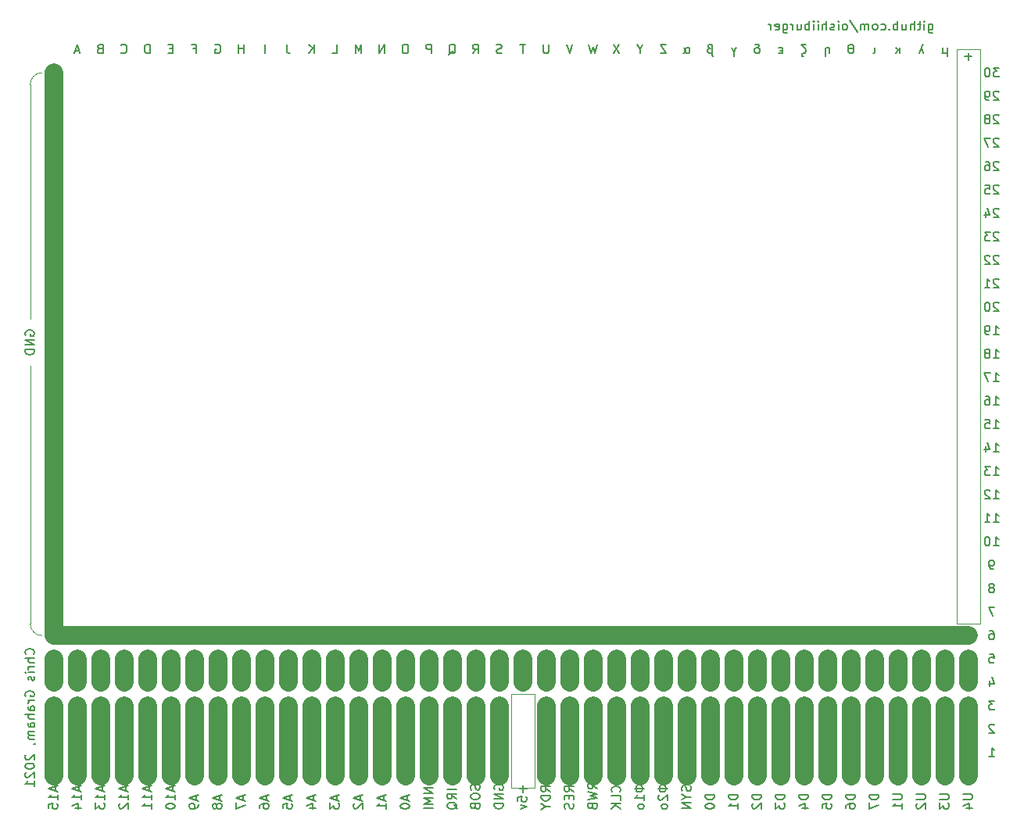
<source format=gbr>
%TF.GenerationSoftware,KiCad,Pcbnew,5.1.9+dfsg1-1*%
%TF.CreationDate,2021-08-13T18:22:45-07:00*%
%TF.ProjectId,Bus2021A_Protoboard,42757332-3032-4314-915f-50726f746f62,rev?*%
%TF.SameCoordinates,Original*%
%TF.FileFunction,Legend,Bot*%
%TF.FilePolarity,Positive*%
%FSLAX46Y46*%
G04 Gerber Fmt 4.6, Leading zero omitted, Abs format (unit mm)*
G04 Created by KiCad (PCBNEW 5.1.9+dfsg1-1) date 2021-08-13 18:22:45*
%MOMM*%
%LPD*%
G01*
G04 APERTURE LIST*
%ADD10C,0.150000*%
%ADD11C,0.120000*%
%ADD12C,2.000000*%
G04 APERTURE END LIST*
D10*
X197634761Y-50585714D02*
X197634761Y-51395238D01*
X197682380Y-51490476D01*
X197730000Y-51538095D01*
X197825238Y-51585714D01*
X197968095Y-51585714D01*
X198063333Y-51538095D01*
X197634761Y-51204761D02*
X197730000Y-51252380D01*
X197920476Y-51252380D01*
X198015714Y-51204761D01*
X198063333Y-51157142D01*
X198110952Y-51061904D01*
X198110952Y-50776190D01*
X198063333Y-50680952D01*
X198015714Y-50633333D01*
X197920476Y-50585714D01*
X197730000Y-50585714D01*
X197634761Y-50633333D01*
X197158571Y-51252380D02*
X197158571Y-50585714D01*
X197158571Y-50252380D02*
X197206190Y-50300000D01*
X197158571Y-50347619D01*
X197110952Y-50300000D01*
X197158571Y-50252380D01*
X197158571Y-50347619D01*
X196825238Y-50585714D02*
X196444285Y-50585714D01*
X196682380Y-50252380D02*
X196682380Y-51109523D01*
X196634761Y-51204761D01*
X196539523Y-51252380D01*
X196444285Y-51252380D01*
X196110952Y-51252380D02*
X196110952Y-50252380D01*
X195682380Y-51252380D02*
X195682380Y-50728571D01*
X195730000Y-50633333D01*
X195825238Y-50585714D01*
X195968095Y-50585714D01*
X196063333Y-50633333D01*
X196110952Y-50680952D01*
X194777619Y-50585714D02*
X194777619Y-51252380D01*
X195206190Y-50585714D02*
X195206190Y-51109523D01*
X195158571Y-51204761D01*
X195063333Y-51252380D01*
X194920476Y-51252380D01*
X194825238Y-51204761D01*
X194777619Y-51157142D01*
X194301428Y-51252380D02*
X194301428Y-50252380D01*
X194301428Y-50633333D02*
X194206190Y-50585714D01*
X194015714Y-50585714D01*
X193920476Y-50633333D01*
X193872857Y-50680952D01*
X193825238Y-50776190D01*
X193825238Y-51061904D01*
X193872857Y-51157142D01*
X193920476Y-51204761D01*
X194015714Y-51252380D01*
X194206190Y-51252380D01*
X194301428Y-51204761D01*
X193396666Y-51157142D02*
X193349047Y-51204761D01*
X193396666Y-51252380D01*
X193444285Y-51204761D01*
X193396666Y-51157142D01*
X193396666Y-51252380D01*
X192491904Y-51204761D02*
X192587142Y-51252380D01*
X192777619Y-51252380D01*
X192872857Y-51204761D01*
X192920476Y-51157142D01*
X192968095Y-51061904D01*
X192968095Y-50776190D01*
X192920476Y-50680952D01*
X192872857Y-50633333D01*
X192777619Y-50585714D01*
X192587142Y-50585714D01*
X192491904Y-50633333D01*
X191920476Y-51252380D02*
X192015714Y-51204761D01*
X192063333Y-51157142D01*
X192110952Y-51061904D01*
X192110952Y-50776190D01*
X192063333Y-50680952D01*
X192015714Y-50633333D01*
X191920476Y-50585714D01*
X191777619Y-50585714D01*
X191682380Y-50633333D01*
X191634761Y-50680952D01*
X191587142Y-50776190D01*
X191587142Y-51061904D01*
X191634761Y-51157142D01*
X191682380Y-51204761D01*
X191777619Y-51252380D01*
X191920476Y-51252380D01*
X191158571Y-51252380D02*
X191158571Y-50585714D01*
X191158571Y-50680952D02*
X191110952Y-50633333D01*
X191015714Y-50585714D01*
X190872857Y-50585714D01*
X190777619Y-50633333D01*
X190730000Y-50728571D01*
X190730000Y-51252380D01*
X190730000Y-50728571D02*
X190682380Y-50633333D01*
X190587142Y-50585714D01*
X190444285Y-50585714D01*
X190349047Y-50633333D01*
X190301428Y-50728571D01*
X190301428Y-51252380D01*
X189110952Y-50204761D02*
X189968095Y-51490476D01*
X188634761Y-51252380D02*
X188730000Y-51204761D01*
X188777619Y-51157142D01*
X188825238Y-51061904D01*
X188825238Y-50776190D01*
X188777619Y-50680952D01*
X188730000Y-50633333D01*
X188634761Y-50585714D01*
X188491904Y-50585714D01*
X188396666Y-50633333D01*
X188349047Y-50680952D01*
X188301428Y-50776190D01*
X188301428Y-51061904D01*
X188349047Y-51157142D01*
X188396666Y-51204761D01*
X188491904Y-51252380D01*
X188634761Y-51252380D01*
X187872857Y-51252380D02*
X187872857Y-50585714D01*
X187872857Y-50252380D02*
X187920476Y-50300000D01*
X187872857Y-50347619D01*
X187825238Y-50300000D01*
X187872857Y-50252380D01*
X187872857Y-50347619D01*
X187444285Y-51204761D02*
X187349047Y-51252380D01*
X187158571Y-51252380D01*
X187063333Y-51204761D01*
X187015714Y-51109523D01*
X187015714Y-51061904D01*
X187063333Y-50966666D01*
X187158571Y-50919047D01*
X187301428Y-50919047D01*
X187396666Y-50871428D01*
X187444285Y-50776190D01*
X187444285Y-50728571D01*
X187396666Y-50633333D01*
X187301428Y-50585714D01*
X187158571Y-50585714D01*
X187063333Y-50633333D01*
X186587142Y-51252380D02*
X186587142Y-50252380D01*
X186158571Y-51252380D02*
X186158571Y-50728571D01*
X186206190Y-50633333D01*
X186301428Y-50585714D01*
X186444285Y-50585714D01*
X186539523Y-50633333D01*
X186587142Y-50680952D01*
X185682380Y-51252380D02*
X185682380Y-50585714D01*
X185682380Y-50252380D02*
X185730000Y-50300000D01*
X185682380Y-50347619D01*
X185634761Y-50300000D01*
X185682380Y-50252380D01*
X185682380Y-50347619D01*
X185206190Y-51252380D02*
X185206190Y-50585714D01*
X185206190Y-50252380D02*
X185253809Y-50300000D01*
X185206190Y-50347619D01*
X185158571Y-50300000D01*
X185206190Y-50252380D01*
X185206190Y-50347619D01*
X184730000Y-51252380D02*
X184730000Y-50252380D01*
X184730000Y-50633333D02*
X184634761Y-50585714D01*
X184444285Y-50585714D01*
X184349047Y-50633333D01*
X184301428Y-50680952D01*
X184253809Y-50776190D01*
X184253809Y-51061904D01*
X184301428Y-51157142D01*
X184349047Y-51204761D01*
X184444285Y-51252380D01*
X184634761Y-51252380D01*
X184730000Y-51204761D01*
X183396666Y-50585714D02*
X183396666Y-51252380D01*
X183825238Y-50585714D02*
X183825238Y-51109523D01*
X183777619Y-51204761D01*
X183682380Y-51252380D01*
X183539523Y-51252380D01*
X183444285Y-51204761D01*
X183396666Y-51157142D01*
X182920476Y-51252380D02*
X182920476Y-50585714D01*
X182920476Y-50776190D02*
X182872857Y-50680952D01*
X182825238Y-50633333D01*
X182730000Y-50585714D01*
X182634761Y-50585714D01*
X181872857Y-50585714D02*
X181872857Y-51395238D01*
X181920476Y-51490476D01*
X181968095Y-51538095D01*
X182063333Y-51585714D01*
X182206190Y-51585714D01*
X182301428Y-51538095D01*
X181872857Y-51204761D02*
X181968095Y-51252380D01*
X182158571Y-51252380D01*
X182253809Y-51204761D01*
X182301428Y-51157142D01*
X182349047Y-51061904D01*
X182349047Y-50776190D01*
X182301428Y-50680952D01*
X182253809Y-50633333D01*
X182158571Y-50585714D01*
X181968095Y-50585714D01*
X181872857Y-50633333D01*
X181015714Y-51204761D02*
X181110952Y-51252380D01*
X181301428Y-51252380D01*
X181396666Y-51204761D01*
X181444285Y-51109523D01*
X181444285Y-50728571D01*
X181396666Y-50633333D01*
X181301428Y-50585714D01*
X181110952Y-50585714D01*
X181015714Y-50633333D01*
X180968095Y-50728571D01*
X180968095Y-50823809D01*
X181444285Y-50919047D01*
X180539523Y-51252380D02*
X180539523Y-50585714D01*
X180539523Y-50776190D02*
X180491904Y-50680952D01*
X180444285Y-50633333D01*
X180349047Y-50585714D01*
X180253809Y-50585714D01*
D11*
X101600000Y-116840000D02*
G75*
G02*
X100330000Y-115570000I0J1270000D01*
G01*
X100330000Y-57150000D02*
G75*
G02*
X101600000Y-55880000I1270000J0D01*
G01*
X100330000Y-87630000D02*
X100330000Y-115570000D01*
X100330000Y-57150000D02*
X100330000Y-82550000D01*
D10*
X99830000Y-84328095D02*
X99782380Y-84232857D01*
X99782380Y-84090000D01*
X99830000Y-83947142D01*
X99925238Y-83851904D01*
X100020476Y-83804285D01*
X100210952Y-83756666D01*
X100353809Y-83756666D01*
X100544285Y-83804285D01*
X100639523Y-83851904D01*
X100734761Y-83947142D01*
X100782380Y-84090000D01*
X100782380Y-84185238D01*
X100734761Y-84328095D01*
X100687142Y-84375714D01*
X100353809Y-84375714D01*
X100353809Y-84185238D01*
X100782380Y-84804285D02*
X99782380Y-84804285D01*
X100782380Y-85375714D01*
X99782380Y-85375714D01*
X100782380Y-85851904D02*
X99782380Y-85851904D01*
X99782380Y-86090000D01*
X99830000Y-86232857D01*
X99925238Y-86328095D01*
X100020476Y-86375714D01*
X100210952Y-86423333D01*
X100353809Y-86423333D01*
X100544285Y-86375714D01*
X100639523Y-86328095D01*
X100734761Y-86232857D01*
X100782380Y-86090000D01*
X100782380Y-85851904D01*
X204184285Y-129992380D02*
X204755714Y-129992380D01*
X204470000Y-129992380D02*
X204470000Y-128992380D01*
X204565238Y-129135238D01*
X204660476Y-129230476D01*
X204755714Y-129278095D01*
X204755714Y-126547619D02*
X204708095Y-126500000D01*
X204612857Y-126452380D01*
X204374761Y-126452380D01*
X204279523Y-126500000D01*
X204231904Y-126547619D01*
X204184285Y-126642857D01*
X204184285Y-126738095D01*
X204231904Y-126880952D01*
X204803333Y-127452380D01*
X204184285Y-127452380D01*
X204803333Y-123912380D02*
X204184285Y-123912380D01*
X204517619Y-124293333D01*
X204374761Y-124293333D01*
X204279523Y-124340952D01*
X204231904Y-124388571D01*
X204184285Y-124483809D01*
X204184285Y-124721904D01*
X204231904Y-124817142D01*
X204279523Y-124864761D01*
X204374761Y-124912380D01*
X204660476Y-124912380D01*
X204755714Y-124864761D01*
X204803333Y-124817142D01*
X204279523Y-121705714D02*
X204279523Y-122372380D01*
X204517619Y-121324761D02*
X204755714Y-122039047D01*
X204136666Y-122039047D01*
X204231904Y-118832380D02*
X204708095Y-118832380D01*
X204755714Y-119308571D01*
X204708095Y-119260952D01*
X204612857Y-119213333D01*
X204374761Y-119213333D01*
X204279523Y-119260952D01*
X204231904Y-119308571D01*
X204184285Y-119403809D01*
X204184285Y-119641904D01*
X204231904Y-119737142D01*
X204279523Y-119784761D01*
X204374761Y-119832380D01*
X204612857Y-119832380D01*
X204708095Y-119784761D01*
X204755714Y-119737142D01*
X204279523Y-116292380D02*
X204470000Y-116292380D01*
X204565238Y-116340000D01*
X204612857Y-116387619D01*
X204708095Y-116530476D01*
X204755714Y-116720952D01*
X204755714Y-117101904D01*
X204708095Y-117197142D01*
X204660476Y-117244761D01*
X204565238Y-117292380D01*
X204374761Y-117292380D01*
X204279523Y-117244761D01*
X204231904Y-117197142D01*
X204184285Y-117101904D01*
X204184285Y-116863809D01*
X204231904Y-116768571D01*
X204279523Y-116720952D01*
X204374761Y-116673333D01*
X204565238Y-116673333D01*
X204660476Y-116720952D01*
X204708095Y-116768571D01*
X204755714Y-116863809D01*
X204803333Y-113752380D02*
X204136666Y-113752380D01*
X204565238Y-114752380D01*
X204565238Y-111640952D02*
X204660476Y-111593333D01*
X204708095Y-111545714D01*
X204755714Y-111450476D01*
X204755714Y-111402857D01*
X204708095Y-111307619D01*
X204660476Y-111260000D01*
X204565238Y-111212380D01*
X204374761Y-111212380D01*
X204279523Y-111260000D01*
X204231904Y-111307619D01*
X204184285Y-111402857D01*
X204184285Y-111450476D01*
X204231904Y-111545714D01*
X204279523Y-111593333D01*
X204374761Y-111640952D01*
X204565238Y-111640952D01*
X204660476Y-111688571D01*
X204708095Y-111736190D01*
X204755714Y-111831428D01*
X204755714Y-112021904D01*
X204708095Y-112117142D01*
X204660476Y-112164761D01*
X204565238Y-112212380D01*
X204374761Y-112212380D01*
X204279523Y-112164761D01*
X204231904Y-112117142D01*
X204184285Y-112021904D01*
X204184285Y-111831428D01*
X204231904Y-111736190D01*
X204279523Y-111688571D01*
X204374761Y-111640952D01*
X204660476Y-109672380D02*
X204470000Y-109672380D01*
X204374761Y-109624761D01*
X204327142Y-109577142D01*
X204231904Y-109434285D01*
X204184285Y-109243809D01*
X204184285Y-108862857D01*
X204231904Y-108767619D01*
X204279523Y-108720000D01*
X204374761Y-108672380D01*
X204565238Y-108672380D01*
X204660476Y-108720000D01*
X204708095Y-108767619D01*
X204755714Y-108862857D01*
X204755714Y-109100952D01*
X204708095Y-109196190D01*
X204660476Y-109243809D01*
X204565238Y-109291428D01*
X204374761Y-109291428D01*
X204279523Y-109243809D01*
X204231904Y-109196190D01*
X204184285Y-109100952D01*
X204660476Y-107132380D02*
X205231904Y-107132380D01*
X204946190Y-107132380D02*
X204946190Y-106132380D01*
X205041428Y-106275238D01*
X205136666Y-106370476D01*
X205231904Y-106418095D01*
X204041428Y-106132380D02*
X203946190Y-106132380D01*
X203850952Y-106180000D01*
X203803333Y-106227619D01*
X203755714Y-106322857D01*
X203708095Y-106513333D01*
X203708095Y-106751428D01*
X203755714Y-106941904D01*
X203803333Y-107037142D01*
X203850952Y-107084761D01*
X203946190Y-107132380D01*
X204041428Y-107132380D01*
X204136666Y-107084761D01*
X204184285Y-107037142D01*
X204231904Y-106941904D01*
X204279523Y-106751428D01*
X204279523Y-106513333D01*
X204231904Y-106322857D01*
X204184285Y-106227619D01*
X204136666Y-106180000D01*
X204041428Y-106132380D01*
X204660476Y-104592380D02*
X205231904Y-104592380D01*
X204946190Y-104592380D02*
X204946190Y-103592380D01*
X205041428Y-103735238D01*
X205136666Y-103830476D01*
X205231904Y-103878095D01*
X203708095Y-104592380D02*
X204279523Y-104592380D01*
X203993809Y-104592380D02*
X203993809Y-103592380D01*
X204089047Y-103735238D01*
X204184285Y-103830476D01*
X204279523Y-103878095D01*
X204660476Y-102052380D02*
X205231904Y-102052380D01*
X204946190Y-102052380D02*
X204946190Y-101052380D01*
X205041428Y-101195238D01*
X205136666Y-101290476D01*
X205231904Y-101338095D01*
X204279523Y-101147619D02*
X204231904Y-101100000D01*
X204136666Y-101052380D01*
X203898571Y-101052380D01*
X203803333Y-101100000D01*
X203755714Y-101147619D01*
X203708095Y-101242857D01*
X203708095Y-101338095D01*
X203755714Y-101480952D01*
X204327142Y-102052380D01*
X203708095Y-102052380D01*
X204660476Y-99512380D02*
X205231904Y-99512380D01*
X204946190Y-99512380D02*
X204946190Y-98512380D01*
X205041428Y-98655238D01*
X205136666Y-98750476D01*
X205231904Y-98798095D01*
X204327142Y-98512380D02*
X203708095Y-98512380D01*
X204041428Y-98893333D01*
X203898571Y-98893333D01*
X203803333Y-98940952D01*
X203755714Y-98988571D01*
X203708095Y-99083809D01*
X203708095Y-99321904D01*
X203755714Y-99417142D01*
X203803333Y-99464761D01*
X203898571Y-99512380D01*
X204184285Y-99512380D01*
X204279523Y-99464761D01*
X204327142Y-99417142D01*
X204660476Y-96972380D02*
X205231904Y-96972380D01*
X204946190Y-96972380D02*
X204946190Y-95972380D01*
X205041428Y-96115238D01*
X205136666Y-96210476D01*
X205231904Y-96258095D01*
X203803333Y-96305714D02*
X203803333Y-96972380D01*
X204041428Y-95924761D02*
X204279523Y-96639047D01*
X203660476Y-96639047D01*
X204660476Y-94432380D02*
X205231904Y-94432380D01*
X204946190Y-94432380D02*
X204946190Y-93432380D01*
X205041428Y-93575238D01*
X205136666Y-93670476D01*
X205231904Y-93718095D01*
X203755714Y-93432380D02*
X204231904Y-93432380D01*
X204279523Y-93908571D01*
X204231904Y-93860952D01*
X204136666Y-93813333D01*
X203898571Y-93813333D01*
X203803333Y-93860952D01*
X203755714Y-93908571D01*
X203708095Y-94003809D01*
X203708095Y-94241904D01*
X203755714Y-94337142D01*
X203803333Y-94384761D01*
X203898571Y-94432380D01*
X204136666Y-94432380D01*
X204231904Y-94384761D01*
X204279523Y-94337142D01*
X204660476Y-91892380D02*
X205231904Y-91892380D01*
X204946190Y-91892380D02*
X204946190Y-90892380D01*
X205041428Y-91035238D01*
X205136666Y-91130476D01*
X205231904Y-91178095D01*
X203803333Y-90892380D02*
X203993809Y-90892380D01*
X204089047Y-90940000D01*
X204136666Y-90987619D01*
X204231904Y-91130476D01*
X204279523Y-91320952D01*
X204279523Y-91701904D01*
X204231904Y-91797142D01*
X204184285Y-91844761D01*
X204089047Y-91892380D01*
X203898571Y-91892380D01*
X203803333Y-91844761D01*
X203755714Y-91797142D01*
X203708095Y-91701904D01*
X203708095Y-91463809D01*
X203755714Y-91368571D01*
X203803333Y-91320952D01*
X203898571Y-91273333D01*
X204089047Y-91273333D01*
X204184285Y-91320952D01*
X204231904Y-91368571D01*
X204279523Y-91463809D01*
X204660476Y-89352380D02*
X205231904Y-89352380D01*
X204946190Y-89352380D02*
X204946190Y-88352380D01*
X205041428Y-88495238D01*
X205136666Y-88590476D01*
X205231904Y-88638095D01*
X204327142Y-88352380D02*
X203660476Y-88352380D01*
X204089047Y-89352380D01*
X204660476Y-86812380D02*
X205231904Y-86812380D01*
X204946190Y-86812380D02*
X204946190Y-85812380D01*
X205041428Y-85955238D01*
X205136666Y-86050476D01*
X205231904Y-86098095D01*
X204089047Y-86240952D02*
X204184285Y-86193333D01*
X204231904Y-86145714D01*
X204279523Y-86050476D01*
X204279523Y-86002857D01*
X204231904Y-85907619D01*
X204184285Y-85860000D01*
X204089047Y-85812380D01*
X203898571Y-85812380D01*
X203803333Y-85860000D01*
X203755714Y-85907619D01*
X203708095Y-86002857D01*
X203708095Y-86050476D01*
X203755714Y-86145714D01*
X203803333Y-86193333D01*
X203898571Y-86240952D01*
X204089047Y-86240952D01*
X204184285Y-86288571D01*
X204231904Y-86336190D01*
X204279523Y-86431428D01*
X204279523Y-86621904D01*
X204231904Y-86717142D01*
X204184285Y-86764761D01*
X204089047Y-86812380D01*
X203898571Y-86812380D01*
X203803333Y-86764761D01*
X203755714Y-86717142D01*
X203708095Y-86621904D01*
X203708095Y-86431428D01*
X203755714Y-86336190D01*
X203803333Y-86288571D01*
X203898571Y-86240952D01*
X204660476Y-84272380D02*
X205231904Y-84272380D01*
X204946190Y-84272380D02*
X204946190Y-83272380D01*
X205041428Y-83415238D01*
X205136666Y-83510476D01*
X205231904Y-83558095D01*
X204184285Y-84272380D02*
X203993809Y-84272380D01*
X203898571Y-84224761D01*
X203850952Y-84177142D01*
X203755714Y-84034285D01*
X203708095Y-83843809D01*
X203708095Y-83462857D01*
X203755714Y-83367619D01*
X203803333Y-83320000D01*
X203898571Y-83272380D01*
X204089047Y-83272380D01*
X204184285Y-83320000D01*
X204231904Y-83367619D01*
X204279523Y-83462857D01*
X204279523Y-83700952D01*
X204231904Y-83796190D01*
X204184285Y-83843809D01*
X204089047Y-83891428D01*
X203898571Y-83891428D01*
X203803333Y-83843809D01*
X203755714Y-83796190D01*
X203708095Y-83700952D01*
X205231904Y-80827619D02*
X205184285Y-80780000D01*
X205089047Y-80732380D01*
X204850952Y-80732380D01*
X204755714Y-80780000D01*
X204708095Y-80827619D01*
X204660476Y-80922857D01*
X204660476Y-81018095D01*
X204708095Y-81160952D01*
X205279523Y-81732380D01*
X204660476Y-81732380D01*
X204041428Y-80732380D02*
X203946190Y-80732380D01*
X203850952Y-80780000D01*
X203803333Y-80827619D01*
X203755714Y-80922857D01*
X203708095Y-81113333D01*
X203708095Y-81351428D01*
X203755714Y-81541904D01*
X203803333Y-81637142D01*
X203850952Y-81684761D01*
X203946190Y-81732380D01*
X204041428Y-81732380D01*
X204136666Y-81684761D01*
X204184285Y-81637142D01*
X204231904Y-81541904D01*
X204279523Y-81351428D01*
X204279523Y-81113333D01*
X204231904Y-80922857D01*
X204184285Y-80827619D01*
X204136666Y-80780000D01*
X204041428Y-80732380D01*
X205231904Y-78287619D02*
X205184285Y-78240000D01*
X205089047Y-78192380D01*
X204850952Y-78192380D01*
X204755714Y-78240000D01*
X204708095Y-78287619D01*
X204660476Y-78382857D01*
X204660476Y-78478095D01*
X204708095Y-78620952D01*
X205279523Y-79192380D01*
X204660476Y-79192380D01*
X203708095Y-79192380D02*
X204279523Y-79192380D01*
X203993809Y-79192380D02*
X203993809Y-78192380D01*
X204089047Y-78335238D01*
X204184285Y-78430476D01*
X204279523Y-78478095D01*
X205231904Y-75747619D02*
X205184285Y-75700000D01*
X205089047Y-75652380D01*
X204850952Y-75652380D01*
X204755714Y-75700000D01*
X204708095Y-75747619D01*
X204660476Y-75842857D01*
X204660476Y-75938095D01*
X204708095Y-76080952D01*
X205279523Y-76652380D01*
X204660476Y-76652380D01*
X204279523Y-75747619D02*
X204231904Y-75700000D01*
X204136666Y-75652380D01*
X203898571Y-75652380D01*
X203803333Y-75700000D01*
X203755714Y-75747619D01*
X203708095Y-75842857D01*
X203708095Y-75938095D01*
X203755714Y-76080952D01*
X204327142Y-76652380D01*
X203708095Y-76652380D01*
X205231904Y-73207619D02*
X205184285Y-73160000D01*
X205089047Y-73112380D01*
X204850952Y-73112380D01*
X204755714Y-73160000D01*
X204708095Y-73207619D01*
X204660476Y-73302857D01*
X204660476Y-73398095D01*
X204708095Y-73540952D01*
X205279523Y-74112380D01*
X204660476Y-74112380D01*
X204327142Y-73112380D02*
X203708095Y-73112380D01*
X204041428Y-73493333D01*
X203898571Y-73493333D01*
X203803333Y-73540952D01*
X203755714Y-73588571D01*
X203708095Y-73683809D01*
X203708095Y-73921904D01*
X203755714Y-74017142D01*
X203803333Y-74064761D01*
X203898571Y-74112380D01*
X204184285Y-74112380D01*
X204279523Y-74064761D01*
X204327142Y-74017142D01*
X205231904Y-70667619D02*
X205184285Y-70620000D01*
X205089047Y-70572380D01*
X204850952Y-70572380D01*
X204755714Y-70620000D01*
X204708095Y-70667619D01*
X204660476Y-70762857D01*
X204660476Y-70858095D01*
X204708095Y-71000952D01*
X205279523Y-71572380D01*
X204660476Y-71572380D01*
X203803333Y-70905714D02*
X203803333Y-71572380D01*
X204041428Y-70524761D02*
X204279523Y-71239047D01*
X203660476Y-71239047D01*
X205231904Y-68127619D02*
X205184285Y-68080000D01*
X205089047Y-68032380D01*
X204850952Y-68032380D01*
X204755714Y-68080000D01*
X204708095Y-68127619D01*
X204660476Y-68222857D01*
X204660476Y-68318095D01*
X204708095Y-68460952D01*
X205279523Y-69032380D01*
X204660476Y-69032380D01*
X203755714Y-68032380D02*
X204231904Y-68032380D01*
X204279523Y-68508571D01*
X204231904Y-68460952D01*
X204136666Y-68413333D01*
X203898571Y-68413333D01*
X203803333Y-68460952D01*
X203755714Y-68508571D01*
X203708095Y-68603809D01*
X203708095Y-68841904D01*
X203755714Y-68937142D01*
X203803333Y-68984761D01*
X203898571Y-69032380D01*
X204136666Y-69032380D01*
X204231904Y-68984761D01*
X204279523Y-68937142D01*
X205231904Y-65587619D02*
X205184285Y-65540000D01*
X205089047Y-65492380D01*
X204850952Y-65492380D01*
X204755714Y-65540000D01*
X204708095Y-65587619D01*
X204660476Y-65682857D01*
X204660476Y-65778095D01*
X204708095Y-65920952D01*
X205279523Y-66492380D01*
X204660476Y-66492380D01*
X203803333Y-65492380D02*
X203993809Y-65492380D01*
X204089047Y-65540000D01*
X204136666Y-65587619D01*
X204231904Y-65730476D01*
X204279523Y-65920952D01*
X204279523Y-66301904D01*
X204231904Y-66397142D01*
X204184285Y-66444761D01*
X204089047Y-66492380D01*
X203898571Y-66492380D01*
X203803333Y-66444761D01*
X203755714Y-66397142D01*
X203708095Y-66301904D01*
X203708095Y-66063809D01*
X203755714Y-65968571D01*
X203803333Y-65920952D01*
X203898571Y-65873333D01*
X204089047Y-65873333D01*
X204184285Y-65920952D01*
X204231904Y-65968571D01*
X204279523Y-66063809D01*
X205231904Y-63047619D02*
X205184285Y-63000000D01*
X205089047Y-62952380D01*
X204850952Y-62952380D01*
X204755714Y-63000000D01*
X204708095Y-63047619D01*
X204660476Y-63142857D01*
X204660476Y-63238095D01*
X204708095Y-63380952D01*
X205279523Y-63952380D01*
X204660476Y-63952380D01*
X204327142Y-62952380D02*
X203660476Y-62952380D01*
X204089047Y-63952380D01*
X205231904Y-60507619D02*
X205184285Y-60460000D01*
X205089047Y-60412380D01*
X204850952Y-60412380D01*
X204755714Y-60460000D01*
X204708095Y-60507619D01*
X204660476Y-60602857D01*
X204660476Y-60698095D01*
X204708095Y-60840952D01*
X205279523Y-61412380D01*
X204660476Y-61412380D01*
X204089047Y-60840952D02*
X204184285Y-60793333D01*
X204231904Y-60745714D01*
X204279523Y-60650476D01*
X204279523Y-60602857D01*
X204231904Y-60507619D01*
X204184285Y-60460000D01*
X204089047Y-60412380D01*
X203898571Y-60412380D01*
X203803333Y-60460000D01*
X203755714Y-60507619D01*
X203708095Y-60602857D01*
X203708095Y-60650476D01*
X203755714Y-60745714D01*
X203803333Y-60793333D01*
X203898571Y-60840952D01*
X204089047Y-60840952D01*
X204184285Y-60888571D01*
X204231904Y-60936190D01*
X204279523Y-61031428D01*
X204279523Y-61221904D01*
X204231904Y-61317142D01*
X204184285Y-61364761D01*
X204089047Y-61412380D01*
X203898571Y-61412380D01*
X203803333Y-61364761D01*
X203755714Y-61317142D01*
X203708095Y-61221904D01*
X203708095Y-61031428D01*
X203755714Y-60936190D01*
X203803333Y-60888571D01*
X203898571Y-60840952D01*
X205231904Y-57967619D02*
X205184285Y-57920000D01*
X205089047Y-57872380D01*
X204850952Y-57872380D01*
X204755714Y-57920000D01*
X204708095Y-57967619D01*
X204660476Y-58062857D01*
X204660476Y-58158095D01*
X204708095Y-58300952D01*
X205279523Y-58872380D01*
X204660476Y-58872380D01*
X204184285Y-58872380D02*
X203993809Y-58872380D01*
X203898571Y-58824761D01*
X203850952Y-58777142D01*
X203755714Y-58634285D01*
X203708095Y-58443809D01*
X203708095Y-58062857D01*
X203755714Y-57967619D01*
X203803333Y-57920000D01*
X203898571Y-57872380D01*
X204089047Y-57872380D01*
X204184285Y-57920000D01*
X204231904Y-57967619D01*
X204279523Y-58062857D01*
X204279523Y-58300952D01*
X204231904Y-58396190D01*
X204184285Y-58443809D01*
X204089047Y-58491428D01*
X203898571Y-58491428D01*
X203803333Y-58443809D01*
X203755714Y-58396190D01*
X203708095Y-58300952D01*
X205279523Y-55332380D02*
X204660476Y-55332380D01*
X204993809Y-55713333D01*
X204850952Y-55713333D01*
X204755714Y-55760952D01*
X204708095Y-55808571D01*
X204660476Y-55903809D01*
X204660476Y-56141904D01*
X204708095Y-56237142D01*
X204755714Y-56284761D01*
X204850952Y-56332380D01*
X205136666Y-56332380D01*
X205231904Y-56284761D01*
X205279523Y-56237142D01*
X204041428Y-55332380D02*
X203946190Y-55332380D01*
X203850952Y-55380000D01*
X203803333Y-55427619D01*
X203755714Y-55522857D01*
X203708095Y-55713333D01*
X203708095Y-55951428D01*
X203755714Y-56141904D01*
X203803333Y-56237142D01*
X203850952Y-56284761D01*
X203946190Y-56332380D01*
X204041428Y-56332380D01*
X204136666Y-56284761D01*
X204184285Y-56237142D01*
X204231904Y-56141904D01*
X204279523Y-55951428D01*
X204279523Y-55713333D01*
X204231904Y-55522857D01*
X204184285Y-55427619D01*
X204136666Y-55380000D01*
X204041428Y-55332380D01*
X100687142Y-118896666D02*
X100734761Y-118849047D01*
X100782380Y-118706190D01*
X100782380Y-118610952D01*
X100734761Y-118468095D01*
X100639523Y-118372857D01*
X100544285Y-118325238D01*
X100353809Y-118277619D01*
X100210952Y-118277619D01*
X100020476Y-118325238D01*
X99925238Y-118372857D01*
X99830000Y-118468095D01*
X99782380Y-118610952D01*
X99782380Y-118706190D01*
X99830000Y-118849047D01*
X99877619Y-118896666D01*
X100782380Y-119325238D02*
X99782380Y-119325238D01*
X100782380Y-119753809D02*
X100258571Y-119753809D01*
X100163333Y-119706190D01*
X100115714Y-119610952D01*
X100115714Y-119468095D01*
X100163333Y-119372857D01*
X100210952Y-119325238D01*
X100782380Y-120230000D02*
X100115714Y-120230000D01*
X100306190Y-120230000D02*
X100210952Y-120277619D01*
X100163333Y-120325238D01*
X100115714Y-120420476D01*
X100115714Y-120515714D01*
X100782380Y-120849047D02*
X100115714Y-120849047D01*
X99782380Y-120849047D02*
X99830000Y-120801428D01*
X99877619Y-120849047D01*
X99830000Y-120896666D01*
X99782380Y-120849047D01*
X99877619Y-120849047D01*
X100734761Y-121277619D02*
X100782380Y-121372857D01*
X100782380Y-121563333D01*
X100734761Y-121658571D01*
X100639523Y-121706190D01*
X100591904Y-121706190D01*
X100496666Y-121658571D01*
X100449047Y-121563333D01*
X100449047Y-121420476D01*
X100401428Y-121325238D01*
X100306190Y-121277619D01*
X100258571Y-121277619D01*
X100163333Y-121325238D01*
X100115714Y-121420476D01*
X100115714Y-121563333D01*
X100163333Y-121658571D01*
X99830000Y-123420476D02*
X99782380Y-123325238D01*
X99782380Y-123182380D01*
X99830000Y-123039523D01*
X99925238Y-122944285D01*
X100020476Y-122896666D01*
X100210952Y-122849047D01*
X100353809Y-122849047D01*
X100544285Y-122896666D01*
X100639523Y-122944285D01*
X100734761Y-123039523D01*
X100782380Y-123182380D01*
X100782380Y-123277619D01*
X100734761Y-123420476D01*
X100687142Y-123468095D01*
X100353809Y-123468095D01*
X100353809Y-123277619D01*
X100782380Y-123896666D02*
X100115714Y-123896666D01*
X100306190Y-123896666D02*
X100210952Y-123944285D01*
X100163333Y-123991904D01*
X100115714Y-124087142D01*
X100115714Y-124182380D01*
X100782380Y-124944285D02*
X100258571Y-124944285D01*
X100163333Y-124896666D01*
X100115714Y-124801428D01*
X100115714Y-124610952D01*
X100163333Y-124515714D01*
X100734761Y-124944285D02*
X100782380Y-124849047D01*
X100782380Y-124610952D01*
X100734761Y-124515714D01*
X100639523Y-124468095D01*
X100544285Y-124468095D01*
X100449047Y-124515714D01*
X100401428Y-124610952D01*
X100401428Y-124849047D01*
X100353809Y-124944285D01*
X100782380Y-125420476D02*
X99782380Y-125420476D01*
X100782380Y-125849047D02*
X100258571Y-125849047D01*
X100163333Y-125801428D01*
X100115714Y-125706190D01*
X100115714Y-125563333D01*
X100163333Y-125468095D01*
X100210952Y-125420476D01*
X100782380Y-126753809D02*
X100258571Y-126753809D01*
X100163333Y-126706190D01*
X100115714Y-126610952D01*
X100115714Y-126420476D01*
X100163333Y-126325238D01*
X100734761Y-126753809D02*
X100782380Y-126658571D01*
X100782380Y-126420476D01*
X100734761Y-126325238D01*
X100639523Y-126277619D01*
X100544285Y-126277619D01*
X100449047Y-126325238D01*
X100401428Y-126420476D01*
X100401428Y-126658571D01*
X100353809Y-126753809D01*
X100782380Y-127230000D02*
X100115714Y-127230000D01*
X100210952Y-127230000D02*
X100163333Y-127277619D01*
X100115714Y-127372857D01*
X100115714Y-127515714D01*
X100163333Y-127610952D01*
X100258571Y-127658571D01*
X100782380Y-127658571D01*
X100258571Y-127658571D02*
X100163333Y-127706190D01*
X100115714Y-127801428D01*
X100115714Y-127944285D01*
X100163333Y-128039523D01*
X100258571Y-128087142D01*
X100782380Y-128087142D01*
X100734761Y-128610952D02*
X100782380Y-128610952D01*
X100877619Y-128563333D01*
X100925238Y-128515714D01*
X99877619Y-129753809D02*
X99830000Y-129801428D01*
X99782380Y-129896666D01*
X99782380Y-130134761D01*
X99830000Y-130230000D01*
X99877619Y-130277619D01*
X99972857Y-130325238D01*
X100068095Y-130325238D01*
X100210952Y-130277619D01*
X100782380Y-129706190D01*
X100782380Y-130325238D01*
X99782380Y-130944285D02*
X99782380Y-131039523D01*
X99830000Y-131134761D01*
X99877619Y-131182380D01*
X99972857Y-131230000D01*
X100163333Y-131277619D01*
X100401428Y-131277619D01*
X100591904Y-131230000D01*
X100687142Y-131182380D01*
X100734761Y-131134761D01*
X100782380Y-131039523D01*
X100782380Y-130944285D01*
X100734761Y-130849047D01*
X100687142Y-130801428D01*
X100591904Y-130753809D01*
X100401428Y-130706190D01*
X100163333Y-130706190D01*
X99972857Y-130753809D01*
X99877619Y-130801428D01*
X99830000Y-130849047D01*
X99782380Y-130944285D01*
X99877619Y-131658571D02*
X99830000Y-131706190D01*
X99782380Y-131801428D01*
X99782380Y-132039523D01*
X99830000Y-132134761D01*
X99877619Y-132182380D01*
X99972857Y-132230000D01*
X100068095Y-132230000D01*
X100210952Y-132182380D01*
X100782380Y-131610952D01*
X100782380Y-132230000D01*
X100782380Y-133182380D02*
X100782380Y-132610952D01*
X100782380Y-132896666D02*
X99782380Y-132896666D01*
X99925238Y-132801428D01*
X100020476Y-132706190D01*
X100068095Y-132610952D01*
X113291904Y-53792380D02*
X113291904Y-52792380D01*
X113053809Y-52792380D01*
X112910952Y-52840000D01*
X112815714Y-52935238D01*
X112768095Y-53030476D01*
X112720476Y-53220952D01*
X112720476Y-53363809D01*
X112768095Y-53554285D01*
X112815714Y-53649523D01*
X112910952Y-53744761D01*
X113053809Y-53792380D01*
X113291904Y-53792380D01*
X115784285Y-53268571D02*
X115450952Y-53268571D01*
X115308095Y-53792380D02*
X115784285Y-53792380D01*
X115784285Y-52792380D01*
X115308095Y-52792380D01*
X110180476Y-53697142D02*
X110228095Y-53744761D01*
X110370952Y-53792380D01*
X110466190Y-53792380D01*
X110609047Y-53744761D01*
X110704285Y-53649523D01*
X110751904Y-53554285D01*
X110799523Y-53363809D01*
X110799523Y-53220952D01*
X110751904Y-53030476D01*
X110704285Y-52935238D01*
X110609047Y-52840000D01*
X110466190Y-52792380D01*
X110370952Y-52792380D01*
X110228095Y-52840000D01*
X110180476Y-52887619D01*
X117967142Y-53268571D02*
X118300476Y-53268571D01*
X118300476Y-53792380D02*
X118300476Y-52792380D01*
X117824285Y-52792380D01*
X107878571Y-53268571D02*
X107735714Y-53316190D01*
X107688095Y-53363809D01*
X107640476Y-53459047D01*
X107640476Y-53601904D01*
X107688095Y-53697142D01*
X107735714Y-53744761D01*
X107830952Y-53792380D01*
X108211904Y-53792380D01*
X108211904Y-52792380D01*
X107878571Y-52792380D01*
X107783333Y-52840000D01*
X107735714Y-52887619D01*
X107688095Y-52982857D01*
X107688095Y-53078095D01*
X107735714Y-53173333D01*
X107783333Y-53220952D01*
X107878571Y-53268571D01*
X108211904Y-53268571D01*
X105648095Y-53506666D02*
X105171904Y-53506666D01*
X105743333Y-53792380D02*
X105410000Y-52792380D01*
X105076666Y-53792380D01*
X125730000Y-53792380D02*
X125730000Y-52792380D01*
X151415714Y-53744761D02*
X151272857Y-53792380D01*
X151034761Y-53792380D01*
X150939523Y-53744761D01*
X150891904Y-53697142D01*
X150844285Y-53601904D01*
X150844285Y-53506666D01*
X150891904Y-53411428D01*
X150939523Y-53363809D01*
X151034761Y-53316190D01*
X151225238Y-53268571D01*
X151320476Y-53220952D01*
X151368095Y-53173333D01*
X151415714Y-53078095D01*
X151415714Y-52982857D01*
X151368095Y-52887619D01*
X151320476Y-52840000D01*
X151225238Y-52792380D01*
X150987142Y-52792380D01*
X150844285Y-52840000D01*
X123475714Y-53792380D02*
X123475714Y-52792380D01*
X123475714Y-53268571D02*
X122904285Y-53268571D01*
X122904285Y-53792380D02*
X122904285Y-52792380D01*
X143771904Y-53792380D02*
X143771904Y-52792380D01*
X143390952Y-52792380D01*
X143295714Y-52840000D01*
X143248095Y-52887619D01*
X143200476Y-52982857D01*
X143200476Y-53125714D01*
X143248095Y-53220952D01*
X143295714Y-53268571D01*
X143390952Y-53316190D01*
X143771904Y-53316190D01*
X133040476Y-53792380D02*
X133516666Y-53792380D01*
X133516666Y-52792380D01*
X138715714Y-53792380D02*
X138715714Y-52792380D01*
X138144285Y-53792380D01*
X138144285Y-52792380D01*
X153955714Y-52792380D02*
X153384285Y-52792380D01*
X153670000Y-53792380D02*
X153670000Y-52792380D01*
X145669047Y-53887619D02*
X145764285Y-53840000D01*
X145859523Y-53744761D01*
X146002380Y-53601904D01*
X146097619Y-53554285D01*
X146192857Y-53554285D01*
X146145238Y-53792380D02*
X146240476Y-53744761D01*
X146335714Y-53649523D01*
X146383333Y-53459047D01*
X146383333Y-53125714D01*
X146335714Y-52935238D01*
X146240476Y-52840000D01*
X146145238Y-52792380D01*
X145954761Y-52792380D01*
X145859523Y-52840000D01*
X145764285Y-52935238D01*
X145716666Y-53125714D01*
X145716666Y-53459047D01*
X145764285Y-53649523D01*
X145859523Y-53744761D01*
X145954761Y-53792380D01*
X146145238Y-53792380D01*
X156495714Y-52792380D02*
X156495714Y-53601904D01*
X156448095Y-53697142D01*
X156400476Y-53744761D01*
X156305238Y-53792380D01*
X156114761Y-53792380D01*
X156019523Y-53744761D01*
X155971904Y-53697142D01*
X155924285Y-53601904D01*
X155924285Y-52792380D01*
X136223333Y-53792380D02*
X136223333Y-52792380D01*
X135890000Y-53506666D01*
X135556666Y-52792380D01*
X135556666Y-53792380D01*
X120388095Y-52840000D02*
X120483333Y-52792380D01*
X120626190Y-52792380D01*
X120769047Y-52840000D01*
X120864285Y-52935238D01*
X120911904Y-53030476D01*
X120959523Y-53220952D01*
X120959523Y-53363809D01*
X120911904Y-53554285D01*
X120864285Y-53649523D01*
X120769047Y-53744761D01*
X120626190Y-53792380D01*
X120530952Y-53792380D01*
X120388095Y-53744761D01*
X120340476Y-53697142D01*
X120340476Y-53363809D01*
X120530952Y-53363809D01*
X141065238Y-52792380D02*
X140874761Y-52792380D01*
X140779523Y-52840000D01*
X140684285Y-52935238D01*
X140636666Y-53125714D01*
X140636666Y-53459047D01*
X140684285Y-53649523D01*
X140779523Y-53744761D01*
X140874761Y-53792380D01*
X141065238Y-53792380D01*
X141160476Y-53744761D01*
X141255714Y-53649523D01*
X141303333Y-53459047D01*
X141303333Y-53125714D01*
X141255714Y-52935238D01*
X141160476Y-52840000D01*
X141065238Y-52792380D01*
X148280476Y-53792380D02*
X148613809Y-53316190D01*
X148851904Y-53792380D02*
X148851904Y-52792380D01*
X148470952Y-52792380D01*
X148375714Y-52840000D01*
X148328095Y-52887619D01*
X148280476Y-52982857D01*
X148280476Y-53125714D01*
X148328095Y-53220952D01*
X148375714Y-53268571D01*
X148470952Y-53316190D01*
X148851904Y-53316190D01*
X128127142Y-52792380D02*
X128127142Y-53506666D01*
X128174761Y-53649523D01*
X128270000Y-53744761D01*
X128412857Y-53792380D01*
X128508095Y-53792380D01*
X131071904Y-53792380D02*
X131071904Y-52792380D01*
X130500476Y-53792380D02*
X130929047Y-53220952D01*
X130500476Y-52792380D02*
X131071904Y-53363809D01*
X159083333Y-52792380D02*
X158750000Y-53792380D01*
X158416666Y-52792380D01*
X171140476Y-53125714D02*
X171283333Y-53601904D01*
X171330952Y-53697142D01*
X171378571Y-53744761D01*
X171473809Y-53792380D01*
X171569047Y-53792380D01*
X171664285Y-53744761D01*
X171711904Y-53697142D01*
X171759523Y-53554285D01*
X171759523Y-53363809D01*
X171711904Y-53220952D01*
X171664285Y-53173333D01*
X171569047Y-53125714D01*
X171473809Y-53125714D01*
X171378571Y-53173333D01*
X171330952Y-53220952D01*
X171283333Y-53316190D01*
X171235714Y-53649523D01*
X171188095Y-53744761D01*
X171092857Y-53792380D01*
X164163333Y-52792380D02*
X163496666Y-53792380D01*
X163496666Y-52792380D02*
X164163333Y-53792380D01*
X173918571Y-53220952D02*
X173823333Y-53268571D01*
X173775714Y-53316190D01*
X173728095Y-53411428D01*
X173728095Y-53601904D01*
X173775714Y-53697142D01*
X173823333Y-53744761D01*
X173918571Y-53792380D01*
X174061428Y-53792380D01*
X174156666Y-53744761D01*
X174204285Y-53697142D01*
X174299523Y-54125714D02*
X174251904Y-54078095D01*
X174204285Y-53982857D01*
X174204285Y-52935238D01*
X174156666Y-52840000D01*
X174061428Y-52792380D01*
X173918571Y-52792380D01*
X173823333Y-52840000D01*
X173775714Y-52935238D01*
X173775714Y-53078095D01*
X173823333Y-53173333D01*
X173918571Y-53220952D01*
X174013809Y-53220952D01*
X166370000Y-53316190D02*
X166370000Y-53792380D01*
X166703333Y-52792380D02*
X166370000Y-53316190D01*
X166036666Y-52792380D01*
X176530000Y-53697142D02*
X176530000Y-54125714D01*
X176815714Y-53125714D02*
X176768095Y-53125714D01*
X176720476Y-53173333D01*
X176530000Y-53697142D01*
X176291904Y-53125714D01*
X161718571Y-52792380D02*
X161480476Y-53792380D01*
X161290000Y-53078095D01*
X161099523Y-53792380D01*
X160861428Y-52792380D01*
X169243333Y-52792380D02*
X168576666Y-52792380D01*
X169243333Y-53792380D01*
X168576666Y-53792380D01*
X178998571Y-53125714D02*
X179141428Y-53125714D01*
X179236666Y-53173333D01*
X179284285Y-53220952D01*
X179331904Y-53316190D01*
X179331904Y-53601904D01*
X179284285Y-53697142D01*
X179236666Y-53744761D01*
X179141428Y-53792380D01*
X178998571Y-53792380D01*
X178903333Y-53744761D01*
X178855714Y-53697142D01*
X178808095Y-53601904D01*
X178808095Y-53316190D01*
X178855714Y-53220952D01*
X178903333Y-53173333D01*
X178998571Y-53125714D01*
X179141428Y-53078095D01*
X179236666Y-53030476D01*
X179284285Y-52935238D01*
X179236666Y-52840000D01*
X179141428Y-52792380D01*
X178950952Y-52792380D01*
X178855714Y-52840000D01*
X181681428Y-53459047D02*
X181776666Y-53506666D01*
X181824285Y-53601904D01*
X181824285Y-53649523D01*
X181776666Y-53744761D01*
X181681428Y-53792380D01*
X181490952Y-53792380D01*
X181395714Y-53744761D01*
X181586190Y-53459047D02*
X181681428Y-53459047D01*
X181776666Y-53411428D01*
X181824285Y-53316190D01*
X181824285Y-53268571D01*
X181776666Y-53173333D01*
X181681428Y-53125714D01*
X181490952Y-53125714D01*
X181395714Y-53173333D01*
X184340476Y-52792380D02*
X183864285Y-52792380D01*
X184197619Y-53125714D01*
X184292857Y-53268571D01*
X184340476Y-53411428D01*
X184340476Y-53601904D01*
X184292857Y-53697142D01*
X184245238Y-53744761D01*
X184150000Y-53792380D01*
X184054761Y-53792380D01*
X183959523Y-53840000D01*
X183911904Y-53935238D01*
X183911904Y-53982857D01*
X183959523Y-54078095D01*
X184054761Y-54125714D01*
X184102380Y-54125714D01*
X186904285Y-53125714D02*
X186904285Y-53792380D01*
X186904285Y-53220952D02*
X186856666Y-53173333D01*
X186761428Y-53125714D01*
X186618571Y-53125714D01*
X186523333Y-53173333D01*
X186475714Y-53268571D01*
X186475714Y-54125714D01*
X189491904Y-53268571D02*
X188968095Y-53268571D01*
X189301428Y-52792380D02*
X189158571Y-52792380D01*
X189063333Y-52840000D01*
X189015714Y-52887619D01*
X188968095Y-53030476D01*
X188968095Y-53554285D01*
X189015714Y-53697142D01*
X189063333Y-53744761D01*
X189158571Y-53792380D01*
X189301428Y-53792380D01*
X189396666Y-53744761D01*
X189444285Y-53697142D01*
X189491904Y-53554285D01*
X189491904Y-53030476D01*
X189444285Y-52887619D01*
X189396666Y-52840000D01*
X189301428Y-52792380D01*
X191793809Y-53125714D02*
X191793809Y-53649523D01*
X191746190Y-53744761D01*
X191650952Y-53792380D01*
X194476666Y-53125714D02*
X194476666Y-53792380D01*
X194381428Y-53411428D02*
X194095714Y-53792380D01*
X194095714Y-53125714D02*
X194476666Y-53506666D01*
X196850000Y-53125714D02*
X197088095Y-53792380D01*
X197088095Y-52792380D02*
X196992857Y-52792380D01*
X196945238Y-52840000D01*
X196850000Y-53125714D01*
X196611904Y-53792380D01*
X199675714Y-53125714D02*
X199675714Y-54125714D01*
X199199523Y-53649523D02*
X199151904Y-53744761D01*
X199056666Y-53792380D01*
X199675714Y-53649523D02*
X199628095Y-53744761D01*
X199532857Y-53792380D01*
X199342380Y-53792380D01*
X199247142Y-53744761D01*
X199199523Y-53649523D01*
X199199523Y-53125714D01*
X202310952Y-54111428D02*
X201549047Y-54111428D01*
X201930000Y-54492380D02*
X201930000Y-53730476D01*
D11*
X203200000Y-115570000D02*
X203200000Y-53340000D01*
X200660000Y-115570000D02*
X203200000Y-115570000D01*
X200660000Y-53340000D02*
X200660000Y-115570000D01*
X203200000Y-53340000D02*
X200660000Y-53340000D01*
D12*
X102870000Y-55880000D02*
X102870000Y-116840000D01*
X201930000Y-116840000D02*
X102870000Y-116840000D01*
X118110000Y-119380000D02*
X118110000Y-121920000D01*
X110490000Y-119380000D02*
X110490000Y-121920000D01*
X102870000Y-119380000D02*
X102870000Y-121920000D01*
X107950000Y-119380000D02*
X107950000Y-121920000D01*
X105410000Y-119380000D02*
X105410000Y-121920000D01*
X113030000Y-119380000D02*
X113030000Y-121920000D01*
X120650000Y-119380000D02*
X120650000Y-121920000D01*
X115570000Y-119380000D02*
X115570000Y-121920000D01*
X135890000Y-119380000D02*
X135890000Y-121920000D01*
X140970000Y-119380000D02*
X140970000Y-121920000D01*
X161290000Y-119380000D02*
X161290000Y-121920000D01*
X151130000Y-119380000D02*
X151130000Y-121920000D01*
X153670000Y-119380000D02*
X153670000Y-121920000D01*
X123190000Y-119380000D02*
X123190000Y-121920000D01*
X128270000Y-119380000D02*
X128270000Y-121920000D01*
X133350000Y-119380000D02*
X133350000Y-121920000D01*
X130810000Y-119380000D02*
X130810000Y-121920000D01*
X143510000Y-119380000D02*
X143510000Y-121920000D01*
X148590000Y-119380000D02*
X148590000Y-121920000D01*
X158750000Y-119380000D02*
X158750000Y-121920000D01*
X125730000Y-119380000D02*
X125730000Y-121920000D01*
X138430000Y-119380000D02*
X138430000Y-121920000D01*
X146050000Y-119380000D02*
X146050000Y-121920000D01*
X156210000Y-119380000D02*
X156210000Y-121920000D01*
X181610000Y-119380000D02*
X181610000Y-121920000D01*
X171450000Y-119380000D02*
X171450000Y-121920000D01*
X173990000Y-119380000D02*
X173990000Y-121920000D01*
X163830000Y-119380000D02*
X163830000Y-121920000D01*
X168910000Y-119380000D02*
X168910000Y-121920000D01*
X179070000Y-119380000D02*
X179070000Y-121920000D01*
X166370000Y-119380000D02*
X166370000Y-121920000D01*
X176530000Y-119380000D02*
X176530000Y-121920000D01*
X191770000Y-119380000D02*
X191770000Y-121920000D01*
X184150000Y-119380000D02*
X184150000Y-121920000D01*
X189230000Y-119380000D02*
X189230000Y-121920000D01*
X186690000Y-119380000D02*
X186690000Y-121920000D01*
X196850000Y-119380000D02*
X196850000Y-121920000D01*
X194310000Y-119380000D02*
X194310000Y-121920000D01*
X199390000Y-119380000D02*
X199390000Y-121920000D01*
X201930000Y-119380000D02*
X201930000Y-121920000D01*
D11*
X154940000Y-133350000D02*
X154940000Y-123190000D01*
X152400000Y-133350000D02*
X154940000Y-133350000D01*
X152400000Y-123190000D02*
X152400000Y-133350000D01*
X154940000Y-123190000D02*
X152400000Y-123190000D01*
D12*
X110490000Y-124460000D02*
X110490000Y-132080000D01*
X113030000Y-124460000D02*
X113030000Y-132080000D01*
X102870000Y-124460000D02*
X102870000Y-132080000D01*
X118110000Y-124460000D02*
X118110000Y-132080000D01*
X105410000Y-124460000D02*
X105410000Y-132080000D01*
X107950000Y-124460000D02*
X107950000Y-132080000D01*
X115570000Y-124460000D02*
X115570000Y-132080000D01*
X120650000Y-124460000D02*
X120650000Y-132080000D01*
X146050000Y-124460000D02*
X146050000Y-132080000D01*
X143510000Y-124460000D02*
X143510000Y-132080000D01*
X158750000Y-124460000D02*
X158750000Y-132080000D01*
X130810000Y-124460000D02*
X130810000Y-132080000D01*
X151130000Y-124460000D02*
X151130000Y-132080000D01*
X161290000Y-124460000D02*
X161290000Y-132080000D01*
X133350000Y-124460000D02*
X133350000Y-132080000D01*
X156210000Y-124460000D02*
X156210000Y-132080000D01*
X140970000Y-124460000D02*
X140970000Y-132080000D01*
X148590000Y-124460000D02*
X148590000Y-132080000D01*
X135890000Y-124460000D02*
X135890000Y-132080000D01*
X138430000Y-124460000D02*
X138430000Y-132080000D01*
X123190000Y-124460000D02*
X123190000Y-132080000D01*
X128270000Y-124460000D02*
X128270000Y-132080000D01*
X125730000Y-124460000D02*
X125730000Y-132080000D01*
X166370000Y-124460000D02*
X166370000Y-132080000D01*
X163830000Y-124460000D02*
X163830000Y-132080000D01*
X179070000Y-124460000D02*
X179070000Y-132080000D01*
X171450000Y-124460000D02*
X171450000Y-132080000D01*
X181610000Y-124460000D02*
X181610000Y-132080000D01*
X176530000Y-124460000D02*
X176530000Y-132080000D01*
X168910000Y-124460000D02*
X168910000Y-132080000D01*
X173990000Y-124460000D02*
X173990000Y-132080000D01*
X189230000Y-124460000D02*
X189230000Y-132080000D01*
X191770000Y-124460000D02*
X191770000Y-132080000D01*
X186690000Y-124460000D02*
X186690000Y-132080000D01*
X184150000Y-124460000D02*
X184150000Y-132080000D01*
X194310000Y-124460000D02*
X194310000Y-132080000D01*
X196850000Y-124460000D02*
X196850000Y-132080000D01*
X199390000Y-124460000D02*
X199390000Y-132080000D01*
X201930000Y-124460000D02*
X201930000Y-132080000D01*
D10*
X179522380Y-134078214D02*
X178522380Y-134078214D01*
X178522380Y-134316309D01*
X178570000Y-134459166D01*
X178665238Y-134554404D01*
X178760476Y-134602023D01*
X178950952Y-134649642D01*
X179093809Y-134649642D01*
X179284285Y-134602023D01*
X179379523Y-134554404D01*
X179474761Y-134459166D01*
X179522380Y-134316309D01*
X179522380Y-134078214D01*
X178617619Y-135030595D02*
X178570000Y-135078214D01*
X178522380Y-135173452D01*
X178522380Y-135411547D01*
X178570000Y-135506785D01*
X178617619Y-135554404D01*
X178712857Y-135602023D01*
X178808095Y-135602023D01*
X178950952Y-135554404D01*
X179522380Y-134982976D01*
X179522380Y-135602023D01*
X115736666Y-133221071D02*
X115736666Y-133697261D01*
X116022380Y-133125833D02*
X115022380Y-133459166D01*
X116022380Y-133792500D01*
X116022380Y-134649642D02*
X116022380Y-134078214D01*
X116022380Y-134363928D02*
X115022380Y-134363928D01*
X115165238Y-134268690D01*
X115260476Y-134173452D01*
X115308095Y-134078214D01*
X115022380Y-135268690D02*
X115022380Y-135363928D01*
X115070000Y-135459166D01*
X115117619Y-135506785D01*
X115212857Y-135554404D01*
X115403333Y-135602023D01*
X115641428Y-135602023D01*
X115831904Y-135554404D01*
X115927142Y-135506785D01*
X115974761Y-135459166D01*
X116022380Y-135363928D01*
X116022380Y-135268690D01*
X115974761Y-135173452D01*
X115927142Y-135125833D01*
X115831904Y-135078214D01*
X115641428Y-135030595D01*
X115403333Y-135030595D01*
X115212857Y-135078214D01*
X115117619Y-135125833D01*
X115070000Y-135173452D01*
X115022380Y-135268690D01*
X103036666Y-133221071D02*
X103036666Y-133697261D01*
X103322380Y-133125833D02*
X102322380Y-133459166D01*
X103322380Y-133792500D01*
X103322380Y-134649642D02*
X103322380Y-134078214D01*
X103322380Y-134363928D02*
X102322380Y-134363928D01*
X102465238Y-134268690D01*
X102560476Y-134173452D01*
X102608095Y-134078214D01*
X102322380Y-135554404D02*
X102322380Y-135078214D01*
X102798571Y-135030595D01*
X102750952Y-135078214D01*
X102703333Y-135173452D01*
X102703333Y-135411547D01*
X102750952Y-135506785D01*
X102798571Y-135554404D01*
X102893809Y-135602023D01*
X103131904Y-135602023D01*
X103227142Y-135554404D01*
X103274761Y-135506785D01*
X103322380Y-135411547D01*
X103322380Y-135173452D01*
X103274761Y-135078214D01*
X103227142Y-135030595D01*
X176982380Y-134078214D02*
X175982380Y-134078214D01*
X175982380Y-134316309D01*
X176030000Y-134459166D01*
X176125238Y-134554404D01*
X176220476Y-134602023D01*
X176410952Y-134649642D01*
X176553809Y-134649642D01*
X176744285Y-134602023D01*
X176839523Y-134554404D01*
X176934761Y-134459166D01*
X176982380Y-134316309D01*
X176982380Y-134078214D01*
X176982380Y-135602023D02*
X176982380Y-135030595D01*
X176982380Y-135316309D02*
X175982380Y-135316309D01*
X176125238Y-135221071D01*
X176220476Y-135125833D01*
X176268095Y-135030595D01*
X164187142Y-133792500D02*
X164234761Y-133744880D01*
X164282380Y-133602023D01*
X164282380Y-133506785D01*
X164234761Y-133363928D01*
X164139523Y-133268690D01*
X164044285Y-133221071D01*
X163853809Y-133173452D01*
X163710952Y-133173452D01*
X163520476Y-133221071D01*
X163425238Y-133268690D01*
X163330000Y-133363928D01*
X163282380Y-133506785D01*
X163282380Y-133602023D01*
X163330000Y-133744880D01*
X163377619Y-133792500D01*
X164282380Y-134697261D02*
X164282380Y-134221071D01*
X163282380Y-134221071D01*
X164282380Y-135030595D02*
X163282380Y-135030595D01*
X164282380Y-135602023D02*
X163710952Y-135173452D01*
X163282380Y-135602023D02*
X163853809Y-135030595D01*
X118276666Y-134173452D02*
X118276666Y-134649642D01*
X118562380Y-134078214D02*
X117562380Y-134411547D01*
X118562380Y-134744880D01*
X118562380Y-135125833D02*
X118562380Y-135316309D01*
X118514761Y-135411547D01*
X118467142Y-135459166D01*
X118324285Y-135554404D01*
X118133809Y-135602023D01*
X117752857Y-135602023D01*
X117657619Y-135554404D01*
X117610000Y-135506785D01*
X117562380Y-135411547D01*
X117562380Y-135221071D01*
X117610000Y-135125833D01*
X117657619Y-135078214D01*
X117752857Y-135030595D01*
X117990952Y-135030595D01*
X118086190Y-135078214D01*
X118133809Y-135125833D01*
X118181428Y-135221071D01*
X118181428Y-135411547D01*
X118133809Y-135506785D01*
X118086190Y-135554404D01*
X117990952Y-135602023D01*
X120816666Y-134173452D02*
X120816666Y-134649642D01*
X121102380Y-134078214D02*
X120102380Y-134411547D01*
X121102380Y-134744880D01*
X120530952Y-135221071D02*
X120483333Y-135125833D01*
X120435714Y-135078214D01*
X120340476Y-135030595D01*
X120292857Y-135030595D01*
X120197619Y-135078214D01*
X120150000Y-135125833D01*
X120102380Y-135221071D01*
X120102380Y-135411547D01*
X120150000Y-135506785D01*
X120197619Y-135554404D01*
X120292857Y-135602023D01*
X120340476Y-135602023D01*
X120435714Y-135554404D01*
X120483333Y-135506785D01*
X120530952Y-135411547D01*
X120530952Y-135221071D01*
X120578571Y-135125833D01*
X120626190Y-135078214D01*
X120721428Y-135030595D01*
X120911904Y-135030595D01*
X121007142Y-135078214D01*
X121054761Y-135125833D01*
X121102380Y-135221071D01*
X121102380Y-135411547D01*
X121054761Y-135506785D01*
X121007142Y-135554404D01*
X120911904Y-135602023D01*
X120721428Y-135602023D01*
X120626190Y-135554404D01*
X120578571Y-135506785D01*
X120530952Y-135411547D01*
X201382380Y-134030595D02*
X202191904Y-134030595D01*
X202287142Y-134078214D01*
X202334761Y-134125833D01*
X202382380Y-134221071D01*
X202382380Y-134411547D01*
X202334761Y-134506785D01*
X202287142Y-134554404D01*
X202191904Y-134602023D01*
X201382380Y-134602023D01*
X201715714Y-135506785D02*
X202382380Y-135506785D01*
X201334761Y-135268690D02*
X202049047Y-135030595D01*
X202049047Y-135649642D01*
X192222380Y-134078214D02*
X191222380Y-134078214D01*
X191222380Y-134316309D01*
X191270000Y-134459166D01*
X191365238Y-134554404D01*
X191460476Y-134602023D01*
X191650952Y-134649642D01*
X191793809Y-134649642D01*
X191984285Y-134602023D01*
X192079523Y-134554404D01*
X192174761Y-134459166D01*
X192222380Y-134316309D01*
X192222380Y-134078214D01*
X191222380Y-134982976D02*
X191222380Y-135649642D01*
X192222380Y-135221071D01*
X113196666Y-133221071D02*
X113196666Y-133697261D01*
X113482380Y-133125833D02*
X112482380Y-133459166D01*
X113482380Y-133792500D01*
X113482380Y-134649642D02*
X113482380Y-134078214D01*
X113482380Y-134363928D02*
X112482380Y-134363928D01*
X112625238Y-134268690D01*
X112720476Y-134173452D01*
X112768095Y-134078214D01*
X113482380Y-135602023D02*
X113482380Y-135030595D01*
X113482380Y-135316309D02*
X112482380Y-135316309D01*
X112625238Y-135221071D01*
X112720476Y-135125833D01*
X112768095Y-135030595D01*
X182062380Y-134078214D02*
X181062380Y-134078214D01*
X181062380Y-134316309D01*
X181110000Y-134459166D01*
X181205238Y-134554404D01*
X181300476Y-134602023D01*
X181490952Y-134649642D01*
X181633809Y-134649642D01*
X181824285Y-134602023D01*
X181919523Y-134554404D01*
X182014761Y-134459166D01*
X182062380Y-134316309D01*
X182062380Y-134078214D01*
X181062380Y-134982976D02*
X181062380Y-135602023D01*
X181443333Y-135268690D01*
X181443333Y-135411547D01*
X181490952Y-135506785D01*
X181538571Y-135554404D01*
X181633809Y-135602023D01*
X181871904Y-135602023D01*
X181967142Y-135554404D01*
X182014761Y-135506785D01*
X182062380Y-135411547D01*
X182062380Y-135125833D01*
X182014761Y-135030595D01*
X181967142Y-134982976D01*
X105576666Y-133221071D02*
X105576666Y-133697261D01*
X105862380Y-133125833D02*
X104862380Y-133459166D01*
X105862380Y-133792500D01*
X105862380Y-134649642D02*
X105862380Y-134078214D01*
X105862380Y-134363928D02*
X104862380Y-134363928D01*
X105005238Y-134268690D01*
X105100476Y-134173452D01*
X105148095Y-134078214D01*
X105195714Y-135506785D02*
X105862380Y-135506785D01*
X104814761Y-135268690D02*
X105529047Y-135030595D01*
X105529047Y-135649642D01*
X110656666Y-133221071D02*
X110656666Y-133697261D01*
X110942380Y-133125833D02*
X109942380Y-133459166D01*
X110942380Y-133792500D01*
X110942380Y-134649642D02*
X110942380Y-134078214D01*
X110942380Y-134363928D02*
X109942380Y-134363928D01*
X110085238Y-134268690D01*
X110180476Y-134173452D01*
X110228095Y-134078214D01*
X110037619Y-135030595D02*
X109990000Y-135078214D01*
X109942380Y-135173452D01*
X109942380Y-135411547D01*
X109990000Y-135506785D01*
X110037619Y-135554404D01*
X110132857Y-135602023D01*
X110228095Y-135602023D01*
X110370952Y-135554404D01*
X110942380Y-134982976D01*
X110942380Y-135602023D01*
X146502380Y-133506785D02*
X145502380Y-133506785D01*
X146502380Y-134554404D02*
X146026190Y-134221071D01*
X146502380Y-133982976D02*
X145502380Y-133982976D01*
X145502380Y-134363928D01*
X145550000Y-134459166D01*
X145597619Y-134506785D01*
X145692857Y-134554404D01*
X145835714Y-134554404D01*
X145930952Y-134506785D01*
X145978571Y-134459166D01*
X146026190Y-134363928D01*
X146026190Y-133982976D01*
X146597619Y-135649642D02*
X146550000Y-135554404D01*
X146454761Y-135459166D01*
X146311904Y-135316309D01*
X146264285Y-135221071D01*
X146264285Y-135125833D01*
X146502380Y-135173452D02*
X146454761Y-135078214D01*
X146359523Y-134982976D01*
X146169047Y-134935357D01*
X145835714Y-134935357D01*
X145645238Y-134982976D01*
X145550000Y-135078214D01*
X145502380Y-135173452D01*
X145502380Y-135363928D01*
X145550000Y-135459166D01*
X145645238Y-135554404D01*
X145835714Y-135602023D01*
X146169047Y-135602023D01*
X146359523Y-135554404D01*
X146454761Y-135459166D01*
X146502380Y-135363928D01*
X146502380Y-135173452D01*
X196302380Y-134030595D02*
X197111904Y-134030595D01*
X197207142Y-134078214D01*
X197254761Y-134125833D01*
X197302380Y-134221071D01*
X197302380Y-134411547D01*
X197254761Y-134506785D01*
X197207142Y-134554404D01*
X197111904Y-134602023D01*
X196302380Y-134602023D01*
X196397619Y-135030595D02*
X196350000Y-135078214D01*
X196302380Y-135173452D01*
X196302380Y-135411547D01*
X196350000Y-135506785D01*
X196397619Y-135554404D01*
X196492857Y-135602023D01*
X196588095Y-135602023D01*
X196730952Y-135554404D01*
X197302380Y-134982976D01*
X197302380Y-135602023D01*
X156662380Y-133744880D02*
X156186190Y-133411547D01*
X156662380Y-133173452D02*
X155662380Y-133173452D01*
X155662380Y-133554404D01*
X155710000Y-133649642D01*
X155757619Y-133697261D01*
X155852857Y-133744880D01*
X155995714Y-133744880D01*
X156090952Y-133697261D01*
X156138571Y-133649642D01*
X156186190Y-133554404D01*
X156186190Y-133173452D01*
X156662380Y-134173452D02*
X155662380Y-134173452D01*
X155662380Y-134411547D01*
X155710000Y-134554404D01*
X155805238Y-134649642D01*
X155900476Y-134697261D01*
X156090952Y-134744880D01*
X156233809Y-134744880D01*
X156424285Y-134697261D01*
X156519523Y-134649642D01*
X156614761Y-134554404D01*
X156662380Y-134411547D01*
X156662380Y-134173452D01*
X156186190Y-135363928D02*
X156662380Y-135363928D01*
X155662380Y-135030595D02*
X156186190Y-135363928D01*
X155662380Y-135697261D01*
X153741428Y-133078214D02*
X153741428Y-133840119D01*
X154122380Y-133459166D02*
X153360476Y-133459166D01*
X153122380Y-134792500D02*
X153122380Y-134316309D01*
X153598571Y-134268690D01*
X153550952Y-134316309D01*
X153503333Y-134411547D01*
X153503333Y-134649642D01*
X153550952Y-134744880D01*
X153598571Y-134792500D01*
X153693809Y-134840119D01*
X153931904Y-134840119D01*
X154027142Y-134792500D01*
X154074761Y-134744880D01*
X154122380Y-134649642D01*
X154122380Y-134411547D01*
X154074761Y-134316309D01*
X154027142Y-134268690D01*
X153455714Y-135173452D02*
X154122380Y-135411547D01*
X153455714Y-135649642D01*
X171854761Y-133125833D02*
X171902380Y-133268690D01*
X171902380Y-133506785D01*
X171854761Y-133602023D01*
X171807142Y-133649642D01*
X171711904Y-133697261D01*
X171616666Y-133697261D01*
X171521428Y-133649642D01*
X171473809Y-133602023D01*
X171426190Y-133506785D01*
X171378571Y-133316309D01*
X171330952Y-133221071D01*
X171283333Y-133173452D01*
X171188095Y-133125833D01*
X171092857Y-133125833D01*
X170997619Y-133173452D01*
X170950000Y-133221071D01*
X170902380Y-133316309D01*
X170902380Y-133554404D01*
X170950000Y-133697261D01*
X171426190Y-134316309D02*
X171902380Y-134316309D01*
X170902380Y-133982976D02*
X171426190Y-134316309D01*
X170902380Y-134649642D01*
X171902380Y-134982976D02*
X170902380Y-134982976D01*
X171902380Y-135554404D01*
X170902380Y-135554404D01*
X169362380Y-133411547D02*
X168362380Y-133411547D01*
X168505238Y-133316309D02*
X168505238Y-133506785D01*
X168552857Y-133649642D01*
X168648095Y-133744880D01*
X168743333Y-133792500D01*
X168933809Y-133792500D01*
X169029047Y-133744880D01*
X169124285Y-133649642D01*
X169171904Y-133506785D01*
X169171904Y-133316309D01*
X169124285Y-133173452D01*
X169029047Y-133078214D01*
X168933809Y-133030595D01*
X168743333Y-133030595D01*
X168648095Y-133078214D01*
X168552857Y-133173452D01*
X168505238Y-133316309D01*
X168457619Y-134125833D02*
X168410000Y-134173452D01*
X168362380Y-134268690D01*
X168362380Y-134506785D01*
X168410000Y-134602023D01*
X168457619Y-134649642D01*
X168552857Y-134697261D01*
X168648095Y-134697261D01*
X168790952Y-134649642D01*
X169362380Y-134078214D01*
X169362380Y-134697261D01*
X169362380Y-135268690D02*
X169314761Y-135173452D01*
X169267142Y-135125833D01*
X169171904Y-135078214D01*
X168886190Y-135078214D01*
X168790952Y-135125833D01*
X168743333Y-135173452D01*
X168695714Y-135268690D01*
X168695714Y-135411547D01*
X168743333Y-135506785D01*
X168790952Y-135554404D01*
X168886190Y-135602023D01*
X169171904Y-135602023D01*
X169267142Y-135554404D01*
X169314761Y-135506785D01*
X169362380Y-135411547D01*
X169362380Y-135268690D01*
X143962380Y-133363928D02*
X142962380Y-133363928D01*
X143962380Y-133935357D01*
X142962380Y-133935357D01*
X143962380Y-134411547D02*
X142962380Y-134411547D01*
X143676666Y-134744880D01*
X142962380Y-135078214D01*
X143962380Y-135078214D01*
X143962380Y-135554404D02*
X142962380Y-135554404D01*
X189682380Y-134078214D02*
X188682380Y-134078214D01*
X188682380Y-134316309D01*
X188730000Y-134459166D01*
X188825238Y-134554404D01*
X188920476Y-134602023D01*
X189110952Y-134649642D01*
X189253809Y-134649642D01*
X189444285Y-134602023D01*
X189539523Y-134554404D01*
X189634761Y-134459166D01*
X189682380Y-134316309D01*
X189682380Y-134078214D01*
X188682380Y-135506785D02*
X188682380Y-135316309D01*
X188730000Y-135221071D01*
X188777619Y-135173452D01*
X188920476Y-135078214D01*
X189110952Y-135030595D01*
X189491904Y-135030595D01*
X189587142Y-135078214D01*
X189634761Y-135125833D01*
X189682380Y-135221071D01*
X189682380Y-135411547D01*
X189634761Y-135506785D01*
X189587142Y-135554404D01*
X189491904Y-135602023D01*
X189253809Y-135602023D01*
X189158571Y-135554404D01*
X189110952Y-135506785D01*
X189063333Y-135411547D01*
X189063333Y-135221071D01*
X189110952Y-135125833D01*
X189158571Y-135078214D01*
X189253809Y-135030595D01*
X184602380Y-134078214D02*
X183602380Y-134078214D01*
X183602380Y-134316309D01*
X183650000Y-134459166D01*
X183745238Y-134554404D01*
X183840476Y-134602023D01*
X184030952Y-134649642D01*
X184173809Y-134649642D01*
X184364285Y-134602023D01*
X184459523Y-134554404D01*
X184554761Y-134459166D01*
X184602380Y-134316309D01*
X184602380Y-134078214D01*
X183935714Y-135506785D02*
X184602380Y-135506785D01*
X183554761Y-135268690D02*
X184269047Y-135030595D01*
X184269047Y-135649642D01*
X136056666Y-134173452D02*
X136056666Y-134649642D01*
X136342380Y-134078214D02*
X135342380Y-134411547D01*
X136342380Y-134744880D01*
X135437619Y-135030595D02*
X135390000Y-135078214D01*
X135342380Y-135173452D01*
X135342380Y-135411547D01*
X135390000Y-135506785D01*
X135437619Y-135554404D01*
X135532857Y-135602023D01*
X135628095Y-135602023D01*
X135770952Y-135554404D01*
X136342380Y-134982976D01*
X136342380Y-135602023D01*
X138596666Y-134173452D02*
X138596666Y-134649642D01*
X138882380Y-134078214D02*
X137882380Y-134411547D01*
X138882380Y-134744880D01*
X138882380Y-135602023D02*
X138882380Y-135030595D01*
X138882380Y-135316309D02*
X137882380Y-135316309D01*
X138025238Y-135221071D01*
X138120476Y-135125833D01*
X138168095Y-135030595D01*
X187142380Y-134078214D02*
X186142380Y-134078214D01*
X186142380Y-134316309D01*
X186190000Y-134459166D01*
X186285238Y-134554404D01*
X186380476Y-134602023D01*
X186570952Y-134649642D01*
X186713809Y-134649642D01*
X186904285Y-134602023D01*
X186999523Y-134554404D01*
X187094761Y-134459166D01*
X187142380Y-134316309D01*
X187142380Y-134078214D01*
X186142380Y-135554404D02*
X186142380Y-135078214D01*
X186618571Y-135030595D01*
X186570952Y-135078214D01*
X186523333Y-135173452D01*
X186523333Y-135411547D01*
X186570952Y-135506785D01*
X186618571Y-135554404D01*
X186713809Y-135602023D01*
X186951904Y-135602023D01*
X187047142Y-135554404D01*
X187094761Y-135506785D01*
X187142380Y-135411547D01*
X187142380Y-135173452D01*
X187094761Y-135078214D01*
X187047142Y-135030595D01*
X174442380Y-134078214D02*
X173442380Y-134078214D01*
X173442380Y-134316309D01*
X173490000Y-134459166D01*
X173585238Y-134554404D01*
X173680476Y-134602023D01*
X173870952Y-134649642D01*
X174013809Y-134649642D01*
X174204285Y-134602023D01*
X174299523Y-134554404D01*
X174394761Y-134459166D01*
X174442380Y-134316309D01*
X174442380Y-134078214D01*
X173442380Y-135268690D02*
X173442380Y-135363928D01*
X173490000Y-135459166D01*
X173537619Y-135506785D01*
X173632857Y-135554404D01*
X173823333Y-135602023D01*
X174061428Y-135602023D01*
X174251904Y-135554404D01*
X174347142Y-135506785D01*
X174394761Y-135459166D01*
X174442380Y-135363928D01*
X174442380Y-135268690D01*
X174394761Y-135173452D01*
X174347142Y-135125833D01*
X174251904Y-135078214D01*
X174061428Y-135030595D01*
X173823333Y-135030595D01*
X173632857Y-135078214D01*
X173537619Y-135125833D01*
X173490000Y-135173452D01*
X173442380Y-135268690D01*
X166822380Y-133411547D02*
X165822380Y-133411547D01*
X165965238Y-133316309D02*
X165965238Y-133506785D01*
X166012857Y-133649642D01*
X166108095Y-133744880D01*
X166203333Y-133792500D01*
X166393809Y-133792500D01*
X166489047Y-133744880D01*
X166584285Y-133649642D01*
X166631904Y-133506785D01*
X166631904Y-133316309D01*
X166584285Y-133173452D01*
X166489047Y-133078214D01*
X166393809Y-133030595D01*
X166203333Y-133030595D01*
X166108095Y-133078214D01*
X166012857Y-133173452D01*
X165965238Y-133316309D01*
X166822380Y-134697261D02*
X166822380Y-134125833D01*
X166822380Y-134411547D02*
X165822380Y-134411547D01*
X165965238Y-134316309D01*
X166060476Y-134221071D01*
X166108095Y-134125833D01*
X166822380Y-135268690D02*
X166774761Y-135173452D01*
X166727142Y-135125833D01*
X166631904Y-135078214D01*
X166346190Y-135078214D01*
X166250952Y-135125833D01*
X166203333Y-135173452D01*
X166155714Y-135268690D01*
X166155714Y-135411547D01*
X166203333Y-135506785D01*
X166250952Y-135554404D01*
X166346190Y-135602023D01*
X166631904Y-135602023D01*
X166727142Y-135554404D01*
X166774761Y-135506785D01*
X166822380Y-135411547D01*
X166822380Y-135268690D01*
X125896666Y-134173452D02*
X125896666Y-134649642D01*
X126182380Y-134078214D02*
X125182380Y-134411547D01*
X126182380Y-134744880D01*
X125182380Y-135506785D02*
X125182380Y-135316309D01*
X125230000Y-135221071D01*
X125277619Y-135173452D01*
X125420476Y-135078214D01*
X125610952Y-135030595D01*
X125991904Y-135030595D01*
X126087142Y-135078214D01*
X126134761Y-135125833D01*
X126182380Y-135221071D01*
X126182380Y-135411547D01*
X126134761Y-135506785D01*
X126087142Y-135554404D01*
X125991904Y-135602023D01*
X125753809Y-135602023D01*
X125658571Y-135554404D01*
X125610952Y-135506785D01*
X125563333Y-135411547D01*
X125563333Y-135221071D01*
X125610952Y-135125833D01*
X125658571Y-135078214D01*
X125753809Y-135030595D01*
X198842380Y-134030595D02*
X199651904Y-134030595D01*
X199747142Y-134078214D01*
X199794761Y-134125833D01*
X199842380Y-134221071D01*
X199842380Y-134411547D01*
X199794761Y-134506785D01*
X199747142Y-134554404D01*
X199651904Y-134602023D01*
X198842380Y-134602023D01*
X198842380Y-134982976D02*
X198842380Y-135602023D01*
X199223333Y-135268690D01*
X199223333Y-135411547D01*
X199270952Y-135506785D01*
X199318571Y-135554404D01*
X199413809Y-135602023D01*
X199651904Y-135602023D01*
X199747142Y-135554404D01*
X199794761Y-135506785D01*
X199842380Y-135411547D01*
X199842380Y-135125833D01*
X199794761Y-135030595D01*
X199747142Y-134982976D01*
X108116666Y-133221071D02*
X108116666Y-133697261D01*
X108402380Y-133125833D02*
X107402380Y-133459166D01*
X108402380Y-133792500D01*
X108402380Y-134649642D02*
X108402380Y-134078214D01*
X108402380Y-134363928D02*
X107402380Y-134363928D01*
X107545238Y-134268690D01*
X107640476Y-134173452D01*
X107688095Y-134078214D01*
X107402380Y-134982976D02*
X107402380Y-135602023D01*
X107783333Y-135268690D01*
X107783333Y-135411547D01*
X107830952Y-135506785D01*
X107878571Y-135554404D01*
X107973809Y-135602023D01*
X108211904Y-135602023D01*
X108307142Y-135554404D01*
X108354761Y-135506785D01*
X108402380Y-135411547D01*
X108402380Y-135125833D01*
X108354761Y-135030595D01*
X108307142Y-134982976D01*
X128436666Y-134173452D02*
X128436666Y-134649642D01*
X128722380Y-134078214D02*
X127722380Y-134411547D01*
X128722380Y-134744880D01*
X127722380Y-135554404D02*
X127722380Y-135078214D01*
X128198571Y-135030595D01*
X128150952Y-135078214D01*
X128103333Y-135173452D01*
X128103333Y-135411547D01*
X128150952Y-135506785D01*
X128198571Y-135554404D01*
X128293809Y-135602023D01*
X128531904Y-135602023D01*
X128627142Y-135554404D01*
X128674761Y-135506785D01*
X128722380Y-135411547D01*
X128722380Y-135173452D01*
X128674761Y-135078214D01*
X128627142Y-135030595D01*
X159202380Y-133744880D02*
X158726190Y-133411547D01*
X159202380Y-133173452D02*
X158202380Y-133173452D01*
X158202380Y-133554404D01*
X158250000Y-133649642D01*
X158297619Y-133697261D01*
X158392857Y-133744880D01*
X158535714Y-133744880D01*
X158630952Y-133697261D01*
X158678571Y-133649642D01*
X158726190Y-133554404D01*
X158726190Y-133173452D01*
X158678571Y-134173452D02*
X158678571Y-134506785D01*
X159202380Y-134649642D02*
X159202380Y-134173452D01*
X158202380Y-134173452D01*
X158202380Y-134649642D01*
X159154761Y-135030595D02*
X159202380Y-135173452D01*
X159202380Y-135411547D01*
X159154761Y-135506785D01*
X159107142Y-135554404D01*
X159011904Y-135602023D01*
X158916666Y-135602023D01*
X158821428Y-135554404D01*
X158773809Y-135506785D01*
X158726190Y-135411547D01*
X158678571Y-135221071D01*
X158630952Y-135125833D01*
X158583333Y-135078214D01*
X158488095Y-135030595D01*
X158392857Y-135030595D01*
X158297619Y-135078214D01*
X158250000Y-135125833D01*
X158202380Y-135221071D01*
X158202380Y-135459166D01*
X158250000Y-135602023D01*
X123356666Y-134173452D02*
X123356666Y-134649642D01*
X123642380Y-134078214D02*
X122642380Y-134411547D01*
X123642380Y-134744880D01*
X122642380Y-134982976D02*
X122642380Y-135649642D01*
X123642380Y-135221071D01*
X150630000Y-133506785D02*
X150582380Y-133411547D01*
X150582380Y-133268690D01*
X150630000Y-133125833D01*
X150725238Y-133030595D01*
X150820476Y-132982976D01*
X151010952Y-132935357D01*
X151153809Y-132935357D01*
X151344285Y-132982976D01*
X151439523Y-133030595D01*
X151534761Y-133125833D01*
X151582380Y-133268690D01*
X151582380Y-133363928D01*
X151534761Y-133506785D01*
X151487142Y-133554404D01*
X151153809Y-133554404D01*
X151153809Y-133363928D01*
X151582380Y-133982976D02*
X150582380Y-133982976D01*
X151582380Y-134554404D01*
X150582380Y-134554404D01*
X151582380Y-135030595D02*
X150582380Y-135030595D01*
X150582380Y-135268690D01*
X150630000Y-135411547D01*
X150725238Y-135506785D01*
X150820476Y-135554404D01*
X151010952Y-135602023D01*
X151153809Y-135602023D01*
X151344285Y-135554404D01*
X151439523Y-135506785D01*
X151534761Y-135411547D01*
X151582380Y-135268690D01*
X151582380Y-135030595D01*
X130976666Y-134173452D02*
X130976666Y-134649642D01*
X131262380Y-134078214D02*
X130262380Y-134411547D01*
X131262380Y-134744880D01*
X130595714Y-135506785D02*
X131262380Y-135506785D01*
X130214761Y-135268690D02*
X130929047Y-135030595D01*
X130929047Y-135649642D01*
X141136666Y-134173452D02*
X141136666Y-134649642D01*
X141422380Y-134078214D02*
X140422380Y-134411547D01*
X141422380Y-134744880D01*
X140422380Y-135268690D02*
X140422380Y-135363928D01*
X140470000Y-135459166D01*
X140517619Y-135506785D01*
X140612857Y-135554404D01*
X140803333Y-135602023D01*
X141041428Y-135602023D01*
X141231904Y-135554404D01*
X141327142Y-135506785D01*
X141374761Y-135459166D01*
X141422380Y-135363928D01*
X141422380Y-135268690D01*
X141374761Y-135173452D01*
X141327142Y-135125833D01*
X141231904Y-135078214D01*
X141041428Y-135030595D01*
X140803333Y-135030595D01*
X140612857Y-135078214D01*
X140517619Y-135125833D01*
X140470000Y-135173452D01*
X140422380Y-135268690D01*
X148994761Y-132982976D02*
X149042380Y-133125833D01*
X149042380Y-133363928D01*
X148994761Y-133459166D01*
X148947142Y-133506785D01*
X148851904Y-133554404D01*
X148756666Y-133554404D01*
X148661428Y-133506785D01*
X148613809Y-133459166D01*
X148566190Y-133363928D01*
X148518571Y-133173452D01*
X148470952Y-133078214D01*
X148423333Y-133030595D01*
X148328095Y-132982976D01*
X148232857Y-132982976D01*
X148137619Y-133030595D01*
X148090000Y-133078214D01*
X148042380Y-133173452D01*
X148042380Y-133411547D01*
X148090000Y-133554404D01*
X148042380Y-134173452D02*
X148042380Y-134363928D01*
X148090000Y-134459166D01*
X148185238Y-134554404D01*
X148375714Y-134602023D01*
X148709047Y-134602023D01*
X148899523Y-134554404D01*
X148994761Y-134459166D01*
X149042380Y-134363928D01*
X149042380Y-134173452D01*
X148994761Y-134078214D01*
X148899523Y-133982976D01*
X148709047Y-133935357D01*
X148375714Y-133935357D01*
X148185238Y-133982976D01*
X148090000Y-134078214D01*
X148042380Y-134173452D01*
X148518571Y-135363928D02*
X148566190Y-135506785D01*
X148613809Y-135554404D01*
X148709047Y-135602023D01*
X148851904Y-135602023D01*
X148947142Y-135554404D01*
X148994761Y-135506785D01*
X149042380Y-135411547D01*
X149042380Y-135030595D01*
X148042380Y-135030595D01*
X148042380Y-135363928D01*
X148090000Y-135459166D01*
X148137619Y-135506785D01*
X148232857Y-135554404D01*
X148328095Y-135554404D01*
X148423333Y-135506785D01*
X148470952Y-135459166D01*
X148518571Y-135363928D01*
X148518571Y-135030595D01*
X161742380Y-133459166D02*
X161266190Y-133125833D01*
X161742380Y-132887738D02*
X160742380Y-132887738D01*
X160742380Y-133268690D01*
X160790000Y-133363928D01*
X160837619Y-133411547D01*
X160932857Y-133459166D01*
X161075714Y-133459166D01*
X161170952Y-133411547D01*
X161218571Y-133363928D01*
X161266190Y-133268690D01*
X161266190Y-132887738D01*
X160742380Y-133792500D02*
X161742380Y-134030595D01*
X161028095Y-134221071D01*
X161742380Y-134411547D01*
X160742380Y-134649642D01*
X161218571Y-135363928D02*
X161266190Y-135506785D01*
X161313809Y-135554404D01*
X161409047Y-135602023D01*
X161551904Y-135602023D01*
X161647142Y-135554404D01*
X161694761Y-135506785D01*
X161742380Y-135411547D01*
X161742380Y-135030595D01*
X160742380Y-135030595D01*
X160742380Y-135363928D01*
X160790000Y-135459166D01*
X160837619Y-135506785D01*
X160932857Y-135554404D01*
X161028095Y-135554404D01*
X161123333Y-135506785D01*
X161170952Y-135459166D01*
X161218571Y-135363928D01*
X161218571Y-135030595D01*
X193762380Y-134030595D02*
X194571904Y-134030595D01*
X194667142Y-134078214D01*
X194714761Y-134125833D01*
X194762380Y-134221071D01*
X194762380Y-134411547D01*
X194714761Y-134506785D01*
X194667142Y-134554404D01*
X194571904Y-134602023D01*
X193762380Y-134602023D01*
X194762380Y-135602023D02*
X194762380Y-135030595D01*
X194762380Y-135316309D02*
X193762380Y-135316309D01*
X193905238Y-135221071D01*
X194000476Y-135125833D01*
X194048095Y-135030595D01*
X133516666Y-134173452D02*
X133516666Y-134649642D01*
X133802380Y-134078214D02*
X132802380Y-134411547D01*
X133802380Y-134744880D01*
X132802380Y-134982976D02*
X132802380Y-135602023D01*
X133183333Y-135268690D01*
X133183333Y-135411547D01*
X133230952Y-135506785D01*
X133278571Y-135554404D01*
X133373809Y-135602023D01*
X133611904Y-135602023D01*
X133707142Y-135554404D01*
X133754761Y-135506785D01*
X133802380Y-135411547D01*
X133802380Y-135125833D01*
X133754761Y-135030595D01*
X133707142Y-134982976D01*
M02*

</source>
